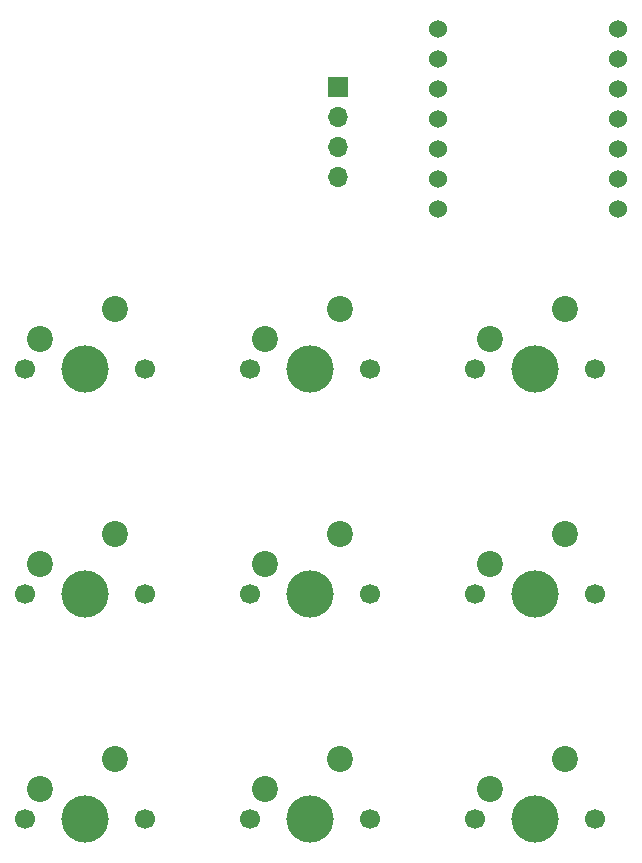
<source format=gbr>
%TF.GenerationSoftware,KiCad,Pcbnew,9.0.2*%
%TF.CreationDate,2025-06-15T22:04:45+08:00*%
%TF.ProjectId,osuPad,6f737550-6164-42e6-9b69-6361645f7063,rev?*%
%TF.SameCoordinates,Original*%
%TF.FileFunction,Soldermask,Bot*%
%TF.FilePolarity,Negative*%
%FSLAX46Y46*%
G04 Gerber Fmt 4.6, Leading zero omitted, Abs format (unit mm)*
G04 Created by KiCad (PCBNEW 9.0.2) date 2025-06-15 22:04:45*
%MOMM*%
%LPD*%
G01*
G04 APERTURE LIST*
%ADD10C,1.700000*%
%ADD11C,4.000000*%
%ADD12C,2.200000*%
%ADD13R,1.700000X1.700000*%
%ADD14O,1.700000X1.700000*%
%ADD15C,1.524000*%
G04 APERTURE END LIST*
D10*
%TO.C,SW4*%
X109620000Y-110750000D03*
D11*
X114700000Y-110750000D03*
D10*
X119780000Y-110750000D03*
D12*
X117240000Y-105670000D03*
X110890000Y-108210000D03*
%TD*%
D10*
%TO.C,SW5*%
X128670000Y-110750000D03*
D11*
X133750000Y-110750000D03*
D10*
X138830000Y-110750000D03*
D12*
X136290000Y-105670000D03*
X129940000Y-108210000D03*
%TD*%
D10*
%TO.C,SW6*%
X147720000Y-110750000D03*
D11*
X152800000Y-110750000D03*
D10*
X157880000Y-110750000D03*
D12*
X155340000Y-105670000D03*
X148990000Y-108210000D03*
%TD*%
D13*
%TO.C,Brd1*%
X136131250Y-67848750D03*
D14*
X136131250Y-70388750D03*
X136131250Y-72928750D03*
X136131250Y-75468750D03*
%TD*%
D10*
%TO.C,SW9*%
X147720000Y-91700000D03*
D11*
X152800000Y-91700000D03*
D10*
X157880000Y-91700000D03*
D12*
X155340000Y-86620000D03*
X148990000Y-89160000D03*
%TD*%
D10*
%TO.C,SW1*%
X109620000Y-129800000D03*
D11*
X114700000Y-129800000D03*
D10*
X119780000Y-129800000D03*
D12*
X117240000Y-124720000D03*
X110890000Y-127260000D03*
%TD*%
D10*
%TO.C,SW8*%
X128670000Y-91700000D03*
D11*
X133750000Y-91700000D03*
D10*
X138830000Y-91700000D03*
D12*
X136290000Y-86620000D03*
X129940000Y-89160000D03*
%TD*%
D10*
%TO.C,SW7*%
X109620000Y-91700000D03*
D11*
X114700000Y-91700000D03*
D10*
X119780000Y-91700000D03*
D12*
X117240000Y-86620000D03*
X110890000Y-89160000D03*
%TD*%
D10*
%TO.C,SW3*%
X147720000Y-129800000D03*
D11*
X152800000Y-129800000D03*
D10*
X157880000Y-129800000D03*
D12*
X155340000Y-124720000D03*
X148990000Y-127260000D03*
%TD*%
D15*
%TO.C,U1*%
X144556250Y-62928750D03*
X144556250Y-65468750D03*
X144556250Y-68008750D03*
X144556250Y-70548750D03*
X144556250Y-73088750D03*
X144556250Y-75628750D03*
X144556250Y-78168750D03*
X159796250Y-78168750D03*
X159796250Y-75628750D03*
X159796250Y-73088750D03*
X159796250Y-70548750D03*
X159796250Y-68008750D03*
X159796250Y-65468750D03*
X159796250Y-62928750D03*
%TD*%
D10*
%TO.C,SW2*%
X128670000Y-129800000D03*
D11*
X133750000Y-129800000D03*
D10*
X138830000Y-129800000D03*
D12*
X136290000Y-124720000D03*
X129940000Y-127260000D03*
%TD*%
M02*

</source>
